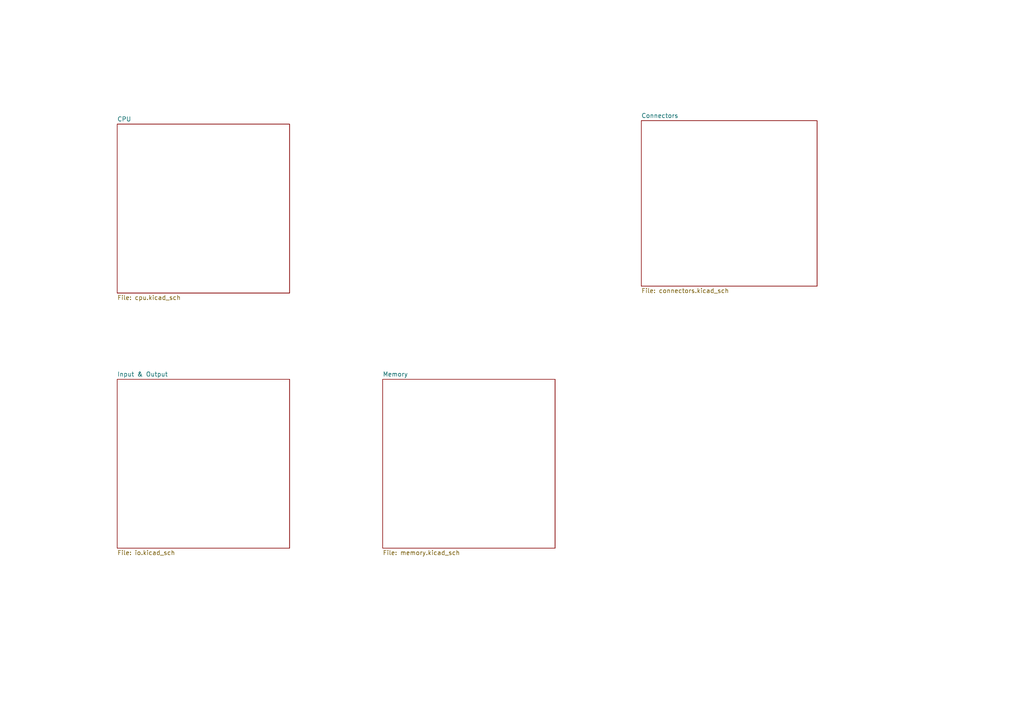
<source format=kicad_sch>
(kicad_sch (version 20230121) (generator eeschema)
  (paper "A4")
  (lib_symbols)
  (sheet (at 186 35) (size 51 48) (stroke (width 0.1524))
    (property "Sheetname" "Connectors" (at 186 34.2884 0) (effects (justify left bottom)))
    (property "Sheetfile" "connectors.kicad_sch" (at 186 83.5846 0) (effects (justify left top)))
  )
  (sheet (at 34 36) (size 50 49) (stroke (width 0.1524))
    (property "Sheetname" "CPU" (at 34 35.2884 0) (effects (justify left bottom)))
    (property "Sheetfile" "cpu.kicad_sch" (at 34 85.5846 0) (effects (justify left top)))
  )
  (sheet (at 34 110) (size 50 49) (stroke (width 0.1524))
    (property "Sheetname" "Input & Output" (at 34 109.2884 0) (effects (justify left bottom)))
    (property "Sheetfile" "io.kicad_sch" (at 34 159.5846 0) (effects (justify left top)))
  )
  (sheet (at 111 110) (size 50 49) (stroke (width 0.1524))
    (property "Sheetname" "Memory" (at 111 109.2884 0) (effects (justify left bottom)))
    (property "Sheetfile" "memory.kicad_sch" (at 111 159.5846 0) (effects (justify left top)))
  )
)
</source>
